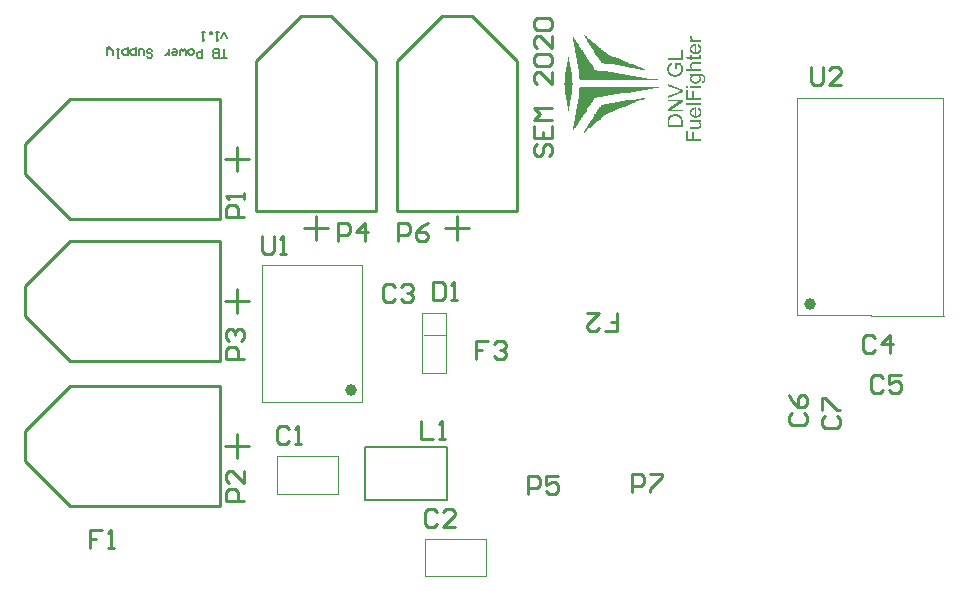
<source format=gto>
G04*
G04 #@! TF.GenerationSoftware,Altium Limited,Altium Designer,20.0.12 (288)*
G04*
G04 Layer_Color=65535*
%FSLAX25Y25*%
%MOIN*%
G70*
G01*
G75*
%ADD10C,0.03937*%
%ADD11C,0.00394*%
%ADD12C,0.01000*%
%ADD13C,0.00787*%
%ADD14C,0.00591*%
G36*
X192332Y194433D02*
X192624D01*
Y194141D01*
X192916D01*
Y193849D01*
X193209D01*
Y193557D01*
X193501D01*
Y193264D01*
X194086D01*
Y192972D01*
X194378D01*
Y192680D01*
X194670D01*
Y192387D01*
X194962D01*
Y192095D01*
X195255D01*
Y191803D01*
X195839D01*
Y191511D01*
X196131D01*
Y191218D01*
X196424D01*
Y190926D01*
X196716D01*
Y190634D01*
X197008D01*
Y190342D01*
X197593D01*
Y190049D01*
X197885D01*
Y189757D01*
X198177D01*
Y189465D01*
X198469D01*
Y189172D01*
X198762D01*
Y188880D01*
X199346D01*
Y188588D01*
X199639D01*
Y188296D01*
X199931D01*
Y188003D01*
X200808D01*
Y187711D01*
X201392D01*
Y187419D01*
X202269D01*
Y187127D01*
X202854D01*
Y186834D01*
X203730D01*
Y186542D01*
X204315D01*
Y186250D01*
X205192D01*
Y185958D01*
X205776D01*
Y185665D01*
X206653D01*
Y185373D01*
X207238D01*
Y185081D01*
X208115D01*
Y184788D01*
X208699D01*
Y184496D01*
X209576D01*
Y184204D01*
X210160D01*
Y183912D01*
X211037D01*
Y183619D01*
X211622D01*
Y183327D01*
X212499D01*
Y183035D01*
X210745D01*
Y183327D01*
X208991D01*
Y183619D01*
X207238D01*
Y183912D01*
X205776D01*
Y184204D01*
X204023D01*
Y184496D01*
X202269D01*
Y184788D01*
X200516D01*
Y185081D01*
X198762D01*
Y185373D01*
X197593D01*
Y185958D01*
X197301D01*
Y186250D01*
X197008D01*
Y186834D01*
X196716D01*
Y187127D01*
X196424D01*
Y187711D01*
X196131D01*
Y188003D01*
X195839D01*
Y188588D01*
X195547D01*
Y189172D01*
X195255D01*
Y189465D01*
X194962D01*
Y190049D01*
X194670D01*
Y190342D01*
X194378D01*
Y190926D01*
X194086D01*
Y191218D01*
X193793D01*
Y191803D01*
X193501D01*
Y192387D01*
X193209D01*
Y192680D01*
X192916D01*
Y193264D01*
X192624D01*
Y193557D01*
X192332D01*
Y194141D01*
X192040D01*
Y194726D01*
X192332D01*
Y194433D01*
D02*
G37*
G36*
X188825Y193264D02*
X189117D01*
Y192972D01*
X189409D01*
Y192387D01*
X189701D01*
Y192095D01*
X189994D01*
Y191511D01*
X190286D01*
Y191218D01*
X190578D01*
Y190634D01*
X190870D01*
Y190342D01*
X191163D01*
Y189757D01*
X191455D01*
Y189465D01*
X191747D01*
Y188880D01*
X192040D01*
Y188296D01*
X192332D01*
Y188003D01*
X192624D01*
Y187419D01*
X192916D01*
Y187127D01*
X193209D01*
Y186542D01*
X193501D01*
Y186250D01*
X193793D01*
Y185665D01*
X194086D01*
Y185373D01*
X194378D01*
Y184788D01*
X194670D01*
Y184496D01*
X194962D01*
Y183912D01*
X195255D01*
Y183619D01*
X195547D01*
Y183035D01*
X196424D01*
Y182743D01*
X198177D01*
Y182450D01*
X200223D01*
Y182158D01*
X201977D01*
Y181866D01*
X203730D01*
Y181573D01*
X205776D01*
Y181281D01*
X207530D01*
Y180989D01*
X209576D01*
Y180697D01*
X211330D01*
Y180404D01*
X213083D01*
Y180112D01*
X215129D01*
Y179820D01*
X216883D01*
Y179527D01*
X190870D01*
Y179820D01*
X190578D01*
Y181573D01*
X190286D01*
Y183327D01*
X189994D01*
Y185081D01*
X189701D01*
Y186834D01*
X189409D01*
Y188588D01*
X189117D01*
Y190634D01*
X188825D01*
Y192387D01*
X188532D01*
Y193849D01*
X188825D01*
Y193264D01*
D02*
G37*
G36*
X187071Y185665D02*
X187363D01*
Y183912D01*
X187655D01*
Y182158D01*
X187948D01*
Y180404D01*
X188240D01*
Y178651D01*
X188532D01*
Y178066D01*
X188240D01*
Y176313D01*
X187948D01*
Y174559D01*
X187655D01*
Y172805D01*
X187363D01*
Y171052D01*
X187071D01*
Y169298D01*
X186779D01*
Y171052D01*
X186486D01*
Y172805D01*
X186194D01*
Y174559D01*
X185902D01*
Y176313D01*
X185610D01*
Y178066D01*
X185317D01*
Y178651D01*
X185610D01*
Y180404D01*
X185902D01*
Y182158D01*
X186194D01*
Y183912D01*
X186486D01*
Y185665D01*
X186779D01*
Y187419D01*
X187071D01*
Y185665D01*
D02*
G37*
G36*
X217175Y176897D02*
X215129D01*
Y176605D01*
X213375D01*
Y176313D01*
X211330D01*
Y176020D01*
X209576D01*
Y175728D01*
X207822D01*
Y175436D01*
X205776D01*
Y175144D01*
X204023D01*
Y174851D01*
X201977D01*
Y174559D01*
X200223D01*
Y174267D01*
X198469D01*
Y173974D01*
X196424D01*
Y173682D01*
X195547D01*
Y173098D01*
X195255D01*
Y172805D01*
X194962D01*
Y172221D01*
X194670D01*
Y171929D01*
X194378D01*
Y171344D01*
X194086D01*
Y171052D01*
X193793D01*
Y170467D01*
X193501D01*
Y170175D01*
X193209D01*
Y169590D01*
X192916D01*
Y169006D01*
X192624D01*
Y168713D01*
X192332D01*
Y168129D01*
X192040D01*
Y167837D01*
X191747D01*
Y167252D01*
X191455D01*
Y166960D01*
X191163D01*
Y166375D01*
X190870D01*
Y166083D01*
X190578D01*
Y165498D01*
X190286D01*
Y165206D01*
X189994D01*
Y164622D01*
X189701D01*
Y164329D01*
X189409D01*
Y163745D01*
X189117D01*
Y163453D01*
X188825D01*
Y162868D01*
X188532D01*
Y164329D01*
X188825D01*
Y166083D01*
X189117D01*
Y167837D01*
X189409D01*
Y169883D01*
X189701D01*
Y171636D01*
X189994D01*
Y173390D01*
X190286D01*
Y175144D01*
X190578D01*
Y176897D01*
X190870D01*
Y177189D01*
X217175D01*
Y176897D01*
D02*
G37*
G36*
X212499Y173390D02*
X211914D01*
Y173098D01*
X211037D01*
Y172805D01*
X210453D01*
Y172513D01*
X209576D01*
Y172221D01*
X208991D01*
Y171929D01*
X208115D01*
Y171636D01*
X207530D01*
Y171344D01*
X206653D01*
Y171052D01*
X206069D01*
Y170759D01*
X205192D01*
Y170467D01*
X204607D01*
Y170175D01*
X203730D01*
Y169883D01*
X203146D01*
Y169590D01*
X202269D01*
Y169298D01*
X201684D01*
Y169006D01*
X200808D01*
Y168713D01*
X200223D01*
Y168421D01*
X199639D01*
Y168129D01*
X199346D01*
Y167837D01*
X198762D01*
Y167544D01*
X198469D01*
Y167252D01*
X198177D01*
Y166960D01*
X197885D01*
Y166668D01*
X197593D01*
Y166375D01*
X197008D01*
Y166083D01*
X196716D01*
Y165791D01*
X196424D01*
Y165498D01*
X196131D01*
Y165206D01*
X195839D01*
Y164914D01*
X195255D01*
Y164622D01*
X194962D01*
Y164329D01*
X194670D01*
Y164037D01*
X194378D01*
Y163745D01*
X194086D01*
Y163453D01*
X193501D01*
Y163160D01*
X193209D01*
Y162868D01*
X192916D01*
Y162576D01*
X192624D01*
Y162284D01*
X192332D01*
Y161991D01*
X192040D01*
Y162576D01*
X192332D01*
Y163160D01*
X192624D01*
Y163453D01*
X192916D01*
Y164037D01*
X193209D01*
Y164329D01*
X193501D01*
Y164914D01*
X193793D01*
Y165206D01*
X194086D01*
Y165791D01*
X194378D01*
Y166375D01*
X194670D01*
Y166668D01*
X194962D01*
Y167252D01*
X195255D01*
Y167544D01*
X195547D01*
Y168129D01*
X195839D01*
Y168421D01*
X196131D01*
Y169006D01*
X196424D01*
Y169590D01*
X196716D01*
Y169883D01*
X197008D01*
Y170467D01*
X197301D01*
Y170759D01*
X197593D01*
Y171344D01*
X198762D01*
Y171636D01*
X200516D01*
Y171929D01*
X202269D01*
Y172221D01*
X204023D01*
Y172513D01*
X205776D01*
Y172805D01*
X207530D01*
Y173098D01*
X209284D01*
Y173390D01*
X211037D01*
Y173682D01*
X212499D01*
Y173390D01*
D02*
G37*
G36*
X228132Y194140D02*
X228124Y194133D01*
X228110Y194104D01*
X228088Y194060D01*
X228066Y194002D01*
X228044Y193936D01*
X228023Y193856D01*
X228008Y193776D01*
X228001Y193695D01*
Y193659D01*
X228008Y193623D01*
X228015Y193571D01*
X228030Y193520D01*
X228052Y193455D01*
X228081Y193389D01*
X228124Y193331D01*
X228132Y193324D01*
X228146Y193302D01*
X228176Y193280D01*
X228212Y193243D01*
X228263Y193207D01*
X228321Y193170D01*
X228387Y193134D01*
X228467Y193105D01*
X228482Y193098D01*
X228525Y193090D01*
X228591Y193076D01*
X228679Y193054D01*
X228788Y193032D01*
X228912Y193017D01*
X229043Y193010D01*
X229189Y193003D01*
X231099D01*
Y192383D01*
X227439D01*
Y192945D01*
X227993D01*
X227986Y192952D01*
X227935Y192981D01*
X227869Y193017D01*
X227789Y193076D01*
X227709Y193134D01*
X227622Y193200D01*
X227549Y193265D01*
X227490Y193331D01*
X227483Y193338D01*
X227468Y193360D01*
X227447Y193404D01*
X227425Y193447D01*
X227403Y193506D01*
X227381Y193579D01*
X227366Y193652D01*
X227359Y193732D01*
Y193783D01*
X227366Y193849D01*
X227381Y193929D01*
X227410Y194023D01*
X227447Y194125D01*
X227498Y194242D01*
X227563Y194366D01*
X228132Y194140D01*
D02*
G37*
G36*
X229430Y191625D02*
Y188891D01*
X229437D01*
X229459D01*
X229488Y188899D01*
X229532D01*
X229583Y188906D01*
X229641Y188920D01*
X229772Y188942D01*
X229918Y188986D01*
X230078Y189044D01*
X230224Y189125D01*
X230355Y189227D01*
Y189234D01*
X230370Y189241D01*
X230406Y189285D01*
X230457Y189350D01*
X230508Y189438D01*
X230567Y189555D01*
X230618Y189686D01*
X230654Y189832D01*
X230662Y189912D01*
X230669Y189999D01*
Y190058D01*
X230662Y190123D01*
X230647Y190203D01*
X230625Y190291D01*
X230596Y190393D01*
X230552Y190488D01*
X230494Y190583D01*
X230486Y190590D01*
X230457Y190626D01*
X230414Y190670D01*
X230355Y190721D01*
X230275Y190779D01*
X230173Y190845D01*
X230056Y190911D01*
X229918Y190969D01*
X229998Y191610D01*
X230005D01*
X230020Y191603D01*
X230049Y191596D01*
X230093Y191581D01*
X230137Y191559D01*
X230195Y191537D01*
X230319Y191479D01*
X230457Y191406D01*
X230603Y191304D01*
X230742Y191188D01*
X230873Y191042D01*
Y191034D01*
X230888Y191020D01*
X230902Y190998D01*
X230924Y190969D01*
X230946Y190925D01*
X230968Y190881D01*
X230997Y190823D01*
X231026Y190758D01*
X231055Y190685D01*
X231084Y190612D01*
X231128Y190429D01*
X231165Y190225D01*
X231179Y189999D01*
Y189919D01*
X231172Y189868D01*
X231165Y189803D01*
X231150Y189722D01*
X231135Y189635D01*
X231121Y189540D01*
X231062Y189336D01*
X231019Y189227D01*
X230975Y189125D01*
X230917Y189015D01*
X230851Y188913D01*
X230778Y188818D01*
X230691Y188724D01*
X230683Y188716D01*
X230669Y188702D01*
X230640Y188680D01*
X230596Y188651D01*
X230545Y188614D01*
X230486Y188578D01*
X230414Y188534D01*
X230333Y188490D01*
X230239Y188447D01*
X230137Y188403D01*
X230020Y188366D01*
X229896Y188330D01*
X229765Y188301D01*
X229619Y188279D01*
X229466Y188264D01*
X229306Y188257D01*
X229298D01*
X229262D01*
X229218D01*
X229152Y188264D01*
X229072Y188272D01*
X228985Y188279D01*
X228883Y188294D01*
X228781Y188315D01*
X228547Y188374D01*
X228431Y188410D01*
X228307Y188454D01*
X228190Y188512D01*
X228081Y188578D01*
X227972Y188651D01*
X227869Y188731D01*
X227862Y188738D01*
X227848Y188753D01*
X227826Y188782D01*
X227789Y188818D01*
X227753Y188862D01*
X227709Y188920D01*
X227658Y188986D01*
X227614Y189066D01*
X227563Y189146D01*
X227519Y189241D01*
X227476Y189343D01*
X227439Y189453D01*
X227403Y189569D01*
X227381Y189693D01*
X227366Y189824D01*
X227359Y189963D01*
Y190036D01*
X227366Y190087D01*
X227374Y190145D01*
X227388Y190218D01*
X227403Y190298D01*
X227425Y190393D01*
X227447Y190480D01*
X227483Y190583D01*
X227519Y190677D01*
X227571Y190779D01*
X227629Y190881D01*
X227694Y190983D01*
X227775Y191078D01*
X227862Y191166D01*
X227869Y191173D01*
X227884Y191188D01*
X227913Y191209D01*
X227957Y191239D01*
X228008Y191275D01*
X228066Y191312D01*
X228139Y191355D01*
X228227Y191399D01*
X228321Y191443D01*
X228423Y191487D01*
X228540Y191523D01*
X228664Y191559D01*
X228802Y191589D01*
X228948Y191610D01*
X229101Y191625D01*
X229269Y191632D01*
X229276D01*
X229306D01*
X229357D01*
X229430Y191625D01*
D02*
G37*
G36*
X231099Y187922D02*
X231106Y187892D01*
X231114Y187841D01*
X231121Y187776D01*
X231135Y187703D01*
X231143Y187623D01*
X231150Y187462D01*
Y187404D01*
X231143Y187346D01*
X231135Y187273D01*
X231128Y187185D01*
X231106Y187098D01*
X231084Y187018D01*
X231048Y186938D01*
X231041Y186930D01*
X231026Y186908D01*
X231004Y186879D01*
X230968Y186836D01*
X230931Y186799D01*
X230880Y186755D01*
X230829Y186712D01*
X230764Y186682D01*
X230756D01*
X230727Y186668D01*
X230676Y186661D01*
X230603Y186646D01*
X230508Y186631D01*
X230450Y186624D01*
X230384D01*
X230304Y186617D01*
X230224Y186609D01*
X230137D01*
X230034D01*
X227920D01*
Y186150D01*
X227439D01*
Y186609D01*
X226535D01*
X226164Y187229D01*
X227439D01*
Y187856D01*
X227920D01*
Y187229D01*
X230071D01*
X230086D01*
X230115D01*
X230158D01*
X230209Y187236D01*
X230326Y187244D01*
X230377Y187251D01*
X230414Y187258D01*
X230428Y187266D01*
X230457Y187287D01*
X230494Y187317D01*
X230530Y187368D01*
X230538Y187382D01*
X230552Y187419D01*
X230567Y187484D01*
X230574Y187579D01*
Y187652D01*
X230567Y187688D01*
Y187740D01*
X230559Y187798D01*
X230552Y187856D01*
X231099Y187936D01*
Y187922D01*
D02*
G37*
G36*
X224958Y186340D02*
X219913D01*
Y187010D01*
X224360D01*
Y189496D01*
X224958D01*
Y186340D01*
D02*
G37*
G36*
X231099Y184933D02*
X228781D01*
X228773D01*
X228759D01*
X228737D01*
X228708D01*
X228628Y184925D01*
X228525Y184911D01*
X228416Y184882D01*
X228307Y184845D01*
X228197Y184794D01*
X228110Y184729D01*
X228103Y184721D01*
X228074Y184692D01*
X228037Y184649D01*
X228001Y184583D01*
X227957Y184503D01*
X227928Y184408D01*
X227899Y184291D01*
X227891Y184160D01*
Y184116D01*
X227899Y184065D01*
X227906Y183992D01*
X227928Y183920D01*
X227950Y183832D01*
X227986Y183745D01*
X228037Y183650D01*
X228044Y183642D01*
X228066Y183613D01*
X228095Y183570D01*
X228139Y183519D01*
X228197Y183460D01*
X228263Y183402D01*
X228343Y183351D01*
X228431Y183307D01*
X228445Y183300D01*
X228474Y183293D01*
X228533Y183278D01*
X228606Y183256D01*
X228700Y183234D01*
X228817Y183220D01*
X228948Y183212D01*
X229101Y183205D01*
X231099D01*
Y182585D01*
X226054D01*
Y183205D01*
X227862D01*
X227855Y183212D01*
X227840Y183227D01*
X227818Y183249D01*
X227782Y183285D01*
X227746Y183322D01*
X227702Y183373D01*
X227658Y183438D01*
X227607Y183504D01*
X227563Y183577D01*
X227519Y183657D01*
X227439Y183847D01*
X227403Y183949D01*
X227381Y184058D01*
X227366Y184175D01*
X227359Y184291D01*
Y184357D01*
X227366Y184437D01*
X227381Y184532D01*
X227396Y184641D01*
X227425Y184758D01*
X227468Y184874D01*
X227519Y184991D01*
X227527Y185006D01*
X227549Y185042D01*
X227585Y185093D01*
X227636Y185159D01*
X227702Y185224D01*
X227775Y185297D01*
X227862Y185363D01*
X227964Y185421D01*
X227979Y185429D01*
X228015Y185443D01*
X228081Y185465D01*
X228176Y185487D01*
X228292Y185509D01*
X228431Y185531D01*
X228598Y185545D01*
X228788Y185552D01*
X231099D01*
Y184933D01*
D02*
G37*
G36*
X224265Y185378D02*
X224272Y185363D01*
X224294Y185334D01*
X224324Y185297D01*
X224353Y185254D01*
X224389Y185203D01*
X224433Y185137D01*
X224477Y185071D01*
X224571Y184918D01*
X224674Y184743D01*
X224768Y184561D01*
X224848Y184364D01*
Y184357D01*
X224856Y184342D01*
X224863Y184313D01*
X224878Y184277D01*
X224892Y184226D01*
X224914Y184167D01*
X224929Y184102D01*
X224943Y184036D01*
X224980Y183876D01*
X225016Y183694D01*
X225038Y183497D01*
X225045Y183293D01*
Y183220D01*
X225038Y183169D01*
Y183103D01*
X225031Y183023D01*
X225016Y182935D01*
X225009Y182841D01*
X224965Y182629D01*
X224914Y182403D01*
X224834Y182170D01*
X224790Y182053D01*
X224732Y181937D01*
X224725Y181929D01*
X224717Y181907D01*
X224695Y181878D01*
X224674Y181834D01*
X224637Y181783D01*
X224601Y181732D01*
X224499Y181594D01*
X224367Y181448D01*
X224207Y181295D01*
X224025Y181149D01*
X223813Y181018D01*
X223806D01*
X223784Y181003D01*
X223755Y180989D01*
X223704Y180967D01*
X223653Y180945D01*
X223580Y180923D01*
X223507Y180894D01*
X223420Y180865D01*
X223325Y180836D01*
X223216Y180807D01*
X223106Y180785D01*
X222990Y180763D01*
X222734Y180727D01*
X222465Y180712D01*
X222457D01*
X222428D01*
X222392D01*
X222341Y180719D01*
X222275D01*
X222195Y180727D01*
X222115Y180741D01*
X222020Y180748D01*
X221918Y180770D01*
X221809Y180785D01*
X221575Y180843D01*
X221335Y180916D01*
X221094Y181018D01*
X221087Y181025D01*
X221065Y181033D01*
X221036Y181047D01*
X220992Y181076D01*
X220934Y181105D01*
X220875Y181142D01*
X220737Y181244D01*
X220577Y181368D01*
X220423Y181521D01*
X220270Y181696D01*
X220205Y181798D01*
X220139Y181900D01*
X220132Y181907D01*
X220125Y181929D01*
X220110Y181958D01*
X220088Y182002D01*
X220066Y182061D01*
X220037Y182126D01*
X220008Y182199D01*
X219979Y182287D01*
X219950Y182381D01*
X219928Y182483D01*
X219899Y182593D01*
X219877Y182709D01*
X219840Y182965D01*
X219826Y183096D01*
Y183329D01*
X219833Y183373D01*
Y183431D01*
X219847Y183570D01*
X219869Y183723D01*
X219906Y183883D01*
X219950Y184058D01*
X220008Y184226D01*
Y184233D01*
X220015Y184248D01*
X220022Y184269D01*
X220037Y184299D01*
X220081Y184379D01*
X220132Y184481D01*
X220205Y184590D01*
X220292Y184707D01*
X220387Y184816D01*
X220504Y184918D01*
X220518Y184933D01*
X220562Y184962D01*
X220627Y185006D01*
X220722Y185064D01*
X220839Y185122D01*
X220985Y185188D01*
X221145Y185254D01*
X221327Y185305D01*
X221488Y184699D01*
X221480D01*
X221473Y184692D01*
X221451Y184685D01*
X221422Y184678D01*
X221357Y184656D01*
X221269Y184627D01*
X221167Y184583D01*
X221072Y184532D01*
X220970Y184481D01*
X220883Y184415D01*
X220875Y184408D01*
X220846Y184386D01*
X220810Y184342D01*
X220759Y184291D01*
X220700Y184226D01*
X220642Y184138D01*
X220584Y184043D01*
X220533Y183934D01*
X220526Y183920D01*
X220511Y183883D01*
X220489Y183817D01*
X220460Y183730D01*
X220438Y183628D01*
X220416Y183511D01*
X220402Y183380D01*
X220394Y183241D01*
Y183161D01*
X220402Y183125D01*
Y183081D01*
X220409Y182972D01*
X220431Y182848D01*
X220453Y182709D01*
X220489Y182578D01*
X220540Y182447D01*
X220547Y182432D01*
X220562Y182389D01*
X220598Y182330D01*
X220635Y182257D01*
X220693Y182170D01*
X220751Y182075D01*
X220824Y181988D01*
X220904Y181907D01*
X220912Y181900D01*
X220941Y181871D01*
X220992Y181834D01*
X221050Y181791D01*
X221123Y181740D01*
X221211Y181689D01*
X221305Y181638D01*
X221408Y181587D01*
X221415D01*
X221429Y181579D01*
X221451Y181572D01*
X221488Y181558D01*
X221532Y181543D01*
X221583Y181528D01*
X221641Y181507D01*
X221706Y181492D01*
X221860Y181456D01*
X222035Y181426D01*
X222217Y181404D01*
X222421Y181397D01*
X222428D01*
X222450D01*
X222486D01*
X222530Y181404D01*
X222588D01*
X222661Y181412D01*
X222734Y181419D01*
X222814Y181426D01*
X222997Y181456D01*
X223186Y181492D01*
X223376Y181550D01*
X223558Y181623D01*
X223565D01*
X223580Y181638D01*
X223602Y181645D01*
X223631Y181667D01*
X223711Y181718D01*
X223813Y181798D01*
X223923Y181893D01*
X224032Y182009D01*
X224134Y182148D01*
X224229Y182301D01*
Y182308D01*
X224236Y182323D01*
X224251Y182345D01*
X224265Y182381D01*
X224280Y182418D01*
X224294Y182469D01*
X224338Y182585D01*
X224375Y182731D01*
X224411Y182892D01*
X224440Y183067D01*
X224447Y183249D01*
Y183322D01*
X224440Y183365D01*
Y183409D01*
X224426Y183519D01*
X224411Y183650D01*
X224382Y183788D01*
X224338Y183941D01*
X224287Y184095D01*
Y184102D01*
X224280Y184116D01*
X224272Y184131D01*
X224258Y184160D01*
X224221Y184240D01*
X224178Y184328D01*
X224127Y184430D01*
X224068Y184539D01*
X224003Y184641D01*
X223930Y184729D01*
X222982D01*
Y183241D01*
X222384D01*
Y185385D01*
X224258D01*
X224265Y185378D01*
D02*
G37*
G36*
X230807Y181638D02*
X230888D01*
X230975Y181630D01*
X231070Y181623D01*
X231266Y181601D01*
X231471Y181572D01*
X231565Y181550D01*
X231653Y181528D01*
X231733Y181499D01*
X231806Y181470D01*
X231813D01*
X231821Y181463D01*
X231864Y181434D01*
X231930Y181397D01*
X232010Y181339D01*
X232098Y181259D01*
X232192Y181164D01*
X232287Y181047D01*
X232367Y180916D01*
Y180909D01*
X232375Y180901D01*
X232389Y180880D01*
X232397Y180850D01*
X232418Y180814D01*
X232433Y180770D01*
X232469Y180661D01*
X232513Y180530D01*
X232542Y180369D01*
X232572Y180187D01*
X232579Y179990D01*
Y179925D01*
X232572Y179881D01*
Y179823D01*
X232564Y179764D01*
X232557Y179691D01*
X232542Y179611D01*
X232506Y179443D01*
X232455Y179269D01*
X232382Y179094D01*
X232280Y178933D01*
X232273Y178926D01*
X232265Y178919D01*
X232222Y178867D01*
X232156Y178809D01*
X232061Y178736D01*
X231937Y178663D01*
X231784Y178598D01*
X231697Y178576D01*
X231602Y178561D01*
X231507Y178547D01*
X231398D01*
X231478Y179152D01*
X231492D01*
X231522Y179159D01*
X231573Y179174D01*
X231638Y179188D01*
X231704Y179217D01*
X231769Y179254D01*
X231835Y179298D01*
X231886Y179356D01*
X231893Y179370D01*
X231915Y179400D01*
X231944Y179451D01*
X231974Y179524D01*
X232010Y179611D01*
X232039Y179720D01*
X232061Y179852D01*
X232068Y179990D01*
Y180063D01*
X232061Y180136D01*
X232047Y180238D01*
X232025Y180340D01*
X231996Y180449D01*
X231952Y180559D01*
X231893Y180654D01*
X231886Y180661D01*
X231864Y180690D01*
X231821Y180734D01*
X231769Y180785D01*
X231697Y180836D01*
X231616Y180887D01*
X231522Y180938D01*
X231412Y180974D01*
X231405D01*
X231376Y180982D01*
X231318Y180989D01*
X231245Y180996D01*
X231194Y181003D01*
X231135D01*
X231070Y181011D01*
X230997D01*
X230917D01*
X230822Y181018D01*
X230727D01*
X230618D01*
X230625Y181011D01*
X230640Y180996D01*
X230662Y180974D01*
X230691Y180945D01*
X230727Y180909D01*
X230771Y180858D01*
X230815Y180799D01*
X230858Y180741D01*
X230946Y180588D01*
X231026Y180420D01*
X231055Y180325D01*
X231077Y180224D01*
X231092Y180114D01*
X231099Y180005D01*
Y179968D01*
X231092Y179932D01*
Y179881D01*
X231084Y179815D01*
X231070Y179742D01*
X231055Y179662D01*
X231033Y179575D01*
X231004Y179480D01*
X230968Y179385D01*
X230924Y179290D01*
X230873Y179188D01*
X230807Y179094D01*
X230734Y178999D01*
X230654Y178911D01*
X230559Y178831D01*
X230552Y178824D01*
X230538Y178816D01*
X230501Y178795D01*
X230465Y178765D01*
X230406Y178736D01*
X230348Y178700D01*
X230275Y178663D01*
X230188Y178627D01*
X230100Y178591D01*
X229998Y178554D01*
X229896Y178518D01*
X229779Y178488D01*
X229532Y178437D01*
X229393Y178430D01*
X229255Y178423D01*
X229247D01*
X229233D01*
X229204D01*
X229167D01*
X229116Y178430D01*
X229065D01*
X228934Y178445D01*
X228788Y178467D01*
X228628Y178503D01*
X228460Y178547D01*
X228292Y178612D01*
X228285D01*
X228270Y178620D01*
X228249Y178634D01*
X228219Y178649D01*
X228139Y178693D01*
X228037Y178751D01*
X227928Y178831D01*
X227818Y178926D01*
X227702Y179035D01*
X227607Y179159D01*
Y179166D01*
X227600Y179174D01*
X227585Y179196D01*
X227571Y179225D01*
X227527Y179298D01*
X227483Y179400D01*
X227439Y179524D01*
X227396Y179669D01*
X227366Y179830D01*
X227359Y180005D01*
Y180070D01*
X227366Y180114D01*
X227374Y180165D01*
X227388Y180231D01*
X227403Y180304D01*
X227425Y180384D01*
X227454Y180464D01*
X227490Y180552D01*
X227534Y180639D01*
X227585Y180734D01*
X227643Y180821D01*
X227716Y180909D01*
X227797Y180996D01*
X227891Y181076D01*
X227439D01*
Y181645D01*
X230603D01*
X230610D01*
X230640D01*
X230683D01*
X230742D01*
X230807Y181638D01*
D02*
G37*
G36*
X231099Y177096D02*
X227439D01*
Y177716D01*
X231099D01*
Y177096D01*
D02*
G37*
G36*
X226761D02*
X226054D01*
Y177716D01*
X226761D01*
Y177096D01*
D02*
G37*
G36*
X224958Y176353D02*
Y175653D01*
X219913Y173699D01*
Y174428D01*
X223580Y175740D01*
X223587D01*
X223602Y175747D01*
X223624Y175755D01*
X223653Y175769D01*
X223697Y175777D01*
X223740Y175791D01*
X223850Y175828D01*
X223974Y175871D01*
X224112Y175915D01*
X224404Y176003D01*
X224396D01*
X224382Y176010D01*
X224360Y176017D01*
X224331Y176024D01*
X224251Y176046D01*
X224141Y176083D01*
X224017Y176119D01*
X223879Y176163D01*
X223733Y176214D01*
X223580Y176272D01*
X219913Y177643D01*
Y178321D01*
X224958Y176353D01*
D02*
G37*
G36*
X226652Y173568D02*
X228212D01*
Y175937D01*
X228810D01*
Y173568D01*
X231099D01*
Y172897D01*
X226054D01*
Y176309D01*
X226652D01*
Y173568D01*
D02*
G37*
G36*
X231099Y171206D02*
X226054D01*
Y171825D01*
X231099D01*
Y171206D01*
D02*
G37*
G36*
X224958Y172409D02*
X220999Y169770D01*
X224958D01*
Y169128D01*
X219913D01*
Y169813D01*
X223879Y172460D01*
X219913D01*
Y173101D01*
X224958D01*
Y172409D01*
D02*
G37*
G36*
X229430Y170455D02*
Y167721D01*
X229437D01*
X229459D01*
X229488Y167728D01*
X229532D01*
X229583Y167736D01*
X229641Y167750D01*
X229772Y167772D01*
X229918Y167816D01*
X230078Y167874D01*
X230224Y167954D01*
X230355Y168056D01*
Y168064D01*
X230370Y168071D01*
X230406Y168115D01*
X230457Y168180D01*
X230508Y168268D01*
X230567Y168385D01*
X230618Y168516D01*
X230654Y168661D01*
X230662Y168742D01*
X230669Y168829D01*
Y168887D01*
X230662Y168953D01*
X230647Y169033D01*
X230625Y169121D01*
X230596Y169223D01*
X230552Y169318D01*
X230494Y169412D01*
X230486Y169420D01*
X230457Y169456D01*
X230414Y169500D01*
X230355Y169551D01*
X230275Y169609D01*
X230173Y169675D01*
X230056Y169740D01*
X229918Y169799D01*
X229998Y170440D01*
X230005D01*
X230020Y170433D01*
X230049Y170426D01*
X230093Y170411D01*
X230137Y170389D01*
X230195Y170367D01*
X230319Y170309D01*
X230457Y170236D01*
X230603Y170134D01*
X230742Y170018D01*
X230873Y169872D01*
Y169864D01*
X230888Y169850D01*
X230902Y169828D01*
X230924Y169799D01*
X230946Y169755D01*
X230968Y169711D01*
X230997Y169653D01*
X231026Y169587D01*
X231055Y169515D01*
X231084Y169442D01*
X231128Y169259D01*
X231165Y169055D01*
X231179Y168829D01*
Y168749D01*
X231172Y168698D01*
X231165Y168632D01*
X231150Y168552D01*
X231135Y168465D01*
X231121Y168370D01*
X231062Y168166D01*
X231019Y168056D01*
X230975Y167954D01*
X230917Y167845D01*
X230851Y167743D01*
X230778Y167648D01*
X230691Y167553D01*
X230683Y167546D01*
X230669Y167532D01*
X230640Y167510D01*
X230596Y167481D01*
X230545Y167444D01*
X230486Y167408D01*
X230414Y167364D01*
X230333Y167320D01*
X230239Y167276D01*
X230137Y167233D01*
X230020Y167196D01*
X229896Y167160D01*
X229765Y167131D01*
X229619Y167109D01*
X229466Y167094D01*
X229306Y167087D01*
X229298D01*
X229262D01*
X229218D01*
X229152Y167094D01*
X229072Y167102D01*
X228985Y167109D01*
X228883Y167123D01*
X228781Y167145D01*
X228547Y167203D01*
X228431Y167240D01*
X228307Y167284D01*
X228190Y167342D01*
X228081Y167408D01*
X227972Y167481D01*
X227869Y167561D01*
X227862Y167568D01*
X227848Y167583D01*
X227826Y167612D01*
X227789Y167648D01*
X227753Y167692D01*
X227709Y167750D01*
X227658Y167816D01*
X227614Y167896D01*
X227563Y167976D01*
X227519Y168071D01*
X227476Y168173D01*
X227439Y168282D01*
X227403Y168399D01*
X227381Y168523D01*
X227366Y168654D01*
X227359Y168793D01*
Y168866D01*
X227366Y168917D01*
X227374Y168975D01*
X227388Y169048D01*
X227403Y169128D01*
X227425Y169223D01*
X227447Y169310D01*
X227483Y169412D01*
X227519Y169507D01*
X227571Y169609D01*
X227629Y169711D01*
X227694Y169813D01*
X227775Y169908D01*
X227862Y169996D01*
X227869Y170003D01*
X227884Y170018D01*
X227913Y170039D01*
X227957Y170069D01*
X228008Y170105D01*
X228066Y170141D01*
X228139Y170185D01*
X228227Y170229D01*
X228321Y170273D01*
X228423Y170316D01*
X228540Y170353D01*
X228664Y170389D01*
X228802Y170418D01*
X228948Y170440D01*
X229101Y170455D01*
X229269Y170462D01*
X229276D01*
X229306D01*
X229357D01*
X229430Y170455D01*
D02*
G37*
G36*
X222559Y168210D02*
X222618D01*
X222756Y168202D01*
X222917Y168180D01*
X223084Y168158D01*
X223259Y168122D01*
X223434Y168078D01*
X223441D01*
X223456Y168071D01*
X223478Y168064D01*
X223507Y168056D01*
X223587Y168027D01*
X223689Y167983D01*
X223806Y167940D01*
X223923Y167882D01*
X224046Y167809D01*
X224163Y167736D01*
X224178Y167728D01*
X224214Y167699D01*
X224265Y167656D01*
X224331Y167597D01*
X224404Y167532D01*
X224477Y167451D01*
X224557Y167371D01*
X224622Y167276D01*
X224630Y167262D01*
X224652Y167233D01*
X224681Y167182D01*
X224717Y167109D01*
X224761Y167021D01*
X224797Y166919D01*
X224841Y166803D01*
X224878Y166671D01*
Y166657D01*
X224885Y166635D01*
X224892Y166613D01*
X224899Y166540D01*
X224914Y166438D01*
X224929Y166321D01*
X224943Y166183D01*
X224951Y166030D01*
X224958Y165862D01*
Y164047D01*
X219913D01*
Y165986D01*
X219920Y166117D01*
X219928Y166263D01*
X219942Y166409D01*
X219964Y166555D01*
X219986Y166679D01*
Y166686D01*
X219993Y166700D01*
Y166722D01*
X220008Y166752D01*
X220030Y166832D01*
X220066Y166934D01*
X220117Y167050D01*
X220183Y167174D01*
X220256Y167298D01*
X220351Y167415D01*
X220358Y167422D01*
X220365Y167429D01*
X220387Y167451D01*
X220409Y167481D01*
X220482Y167553D01*
X220584Y167641D01*
X220708Y167736D01*
X220853Y167838D01*
X221021Y167932D01*
X221211Y168013D01*
X221218D01*
X221233Y168020D01*
X221262Y168035D01*
X221305Y168042D01*
X221357Y168064D01*
X221415Y168078D01*
X221480Y168093D01*
X221561Y168115D01*
X221641Y168137D01*
X221736Y168151D01*
X221940Y168188D01*
X222166Y168210D01*
X222414Y168217D01*
X222421D01*
X222435D01*
X222472D01*
X222508D01*
X222559Y168210D01*
D02*
G37*
G36*
X231099Y165775D02*
X230567D01*
X230574Y165767D01*
X230596Y165753D01*
X230625Y165731D01*
X230662Y165694D01*
X230705Y165651D01*
X230764Y165600D01*
X230815Y165541D01*
X230873Y165469D01*
X230931Y165388D01*
X230982Y165301D01*
X231033Y165206D01*
X231084Y165104D01*
X231121Y164987D01*
X231150Y164871D01*
X231172Y164740D01*
X231179Y164608D01*
Y164557D01*
X231172Y164492D01*
X231165Y164411D01*
X231150Y164317D01*
X231128Y164215D01*
X231099Y164113D01*
X231055Y164003D01*
X231048Y163989D01*
X231033Y163960D01*
X231004Y163908D01*
X230968Y163850D01*
X230924Y163777D01*
X230873Y163712D01*
X230815Y163646D01*
X230749Y163588D01*
X230742Y163580D01*
X230713Y163566D01*
X230676Y163544D01*
X230618Y163515D01*
X230552Y163478D01*
X230472Y163449D01*
X230384Y163420D01*
X230290Y163398D01*
X230282D01*
X230253Y163391D01*
X230209Y163384D01*
X230151D01*
X230064Y163376D01*
X229969Y163369D01*
X229845Y163362D01*
X229707D01*
X227439D01*
Y163981D01*
X229473D01*
X229481D01*
X229495D01*
X229517D01*
X229553D01*
X229634D01*
X229736Y163989D01*
X229845D01*
X229954Y163996D01*
X230049Y164003D01*
X230129Y164018D01*
X230137D01*
X230166Y164032D01*
X230209Y164047D01*
X230268Y164069D01*
X230326Y164105D01*
X230392Y164149D01*
X230450Y164200D01*
X230508Y164266D01*
X230516Y164273D01*
X230530Y164302D01*
X230552Y164339D01*
X230574Y164397D01*
X230603Y164462D01*
X230625Y164543D01*
X230640Y164630D01*
X230647Y164732D01*
Y164783D01*
X230640Y164834D01*
X230632Y164900D01*
X230610Y164980D01*
X230589Y165068D01*
X230552Y165162D01*
X230508Y165257D01*
X230501Y165272D01*
X230479Y165301D01*
X230450Y165345D01*
X230406Y165396D01*
X230348Y165454D01*
X230282Y165512D01*
X230209Y165563D01*
X230122Y165607D01*
X230107Y165614D01*
X230078Y165622D01*
X230020Y165636D01*
X229940Y165658D01*
X229838Y165680D01*
X229714Y165694D01*
X229568Y165702D01*
X229400Y165709D01*
X227439D01*
Y166329D01*
X231099D01*
Y165775D01*
D02*
G37*
G36*
X226652Y159848D02*
X228212D01*
Y162217D01*
X228810D01*
Y159848D01*
X231099D01*
Y159177D01*
X226054D01*
Y162589D01*
X226652D01*
Y159848D01*
D02*
G37*
%LPC*%
G36*
X228919Y190976D02*
X228912D01*
X228897D01*
X228875Y190969D01*
X228846D01*
X228759Y190954D01*
X228664Y190933D01*
X228547Y190896D01*
X228438Y190860D01*
X228329Y190801D01*
X228234Y190736D01*
X228227D01*
X228219Y190721D01*
X228176Y190685D01*
X228117Y190619D01*
X228052Y190532D01*
X227986Y190422D01*
X227928Y190291D01*
X227884Y190138D01*
X227877Y190058D01*
X227869Y189970D01*
Y189926D01*
X227877Y189897D01*
X227884Y189817D01*
X227906Y189722D01*
X227942Y189606D01*
X227993Y189482D01*
X228066Y189365D01*
X228161Y189249D01*
X228176Y189234D01*
X228212Y189205D01*
X228278Y189154D01*
X228365Y189103D01*
X228467Y189044D01*
X228598Y188993D01*
X228751Y188950D01*
X228919Y188928D01*
Y190976D01*
D02*
G37*
G36*
X229357Y181069D02*
X229233D01*
X229225D01*
X229204D01*
X229167D01*
X229123Y181062D01*
X229065D01*
X228999Y181054D01*
X228854Y181033D01*
X228686Y180996D01*
X228518Y180945D01*
X228350Y180872D01*
X228278Y180821D01*
X228212Y180770D01*
X228205D01*
X228197Y180756D01*
X228161Y180719D01*
X228103Y180654D01*
X228037Y180566D01*
X227979Y180464D01*
X227920Y180340D01*
X227884Y180202D01*
X227869Y180129D01*
Y180012D01*
X227877Y179983D01*
X227884Y179903D01*
X227913Y179808D01*
X227950Y179691D01*
X228015Y179575D01*
X228095Y179458D01*
X228154Y179400D01*
X228212Y179341D01*
X228219D01*
X228227Y179327D01*
X228249Y179312D01*
X228278Y179298D01*
X228307Y179276D01*
X228350Y179254D01*
X228402Y179225D01*
X228460Y179203D01*
X228525Y179174D01*
X228606Y179145D01*
X228686Y179123D01*
X228773Y179101D01*
X228875Y179086D01*
X228977Y179072D01*
X229087Y179057D01*
X229211D01*
X229218D01*
X229240D01*
X229276D01*
X229327Y179064D01*
X229386D01*
X229459Y179072D01*
X229612Y179094D01*
X229787Y179130D01*
X229954Y179174D01*
X230122Y179247D01*
X230195Y179290D01*
X230260Y179341D01*
X230275Y179356D01*
X230311Y179392D01*
X230363Y179451D01*
X230421Y179538D01*
X230486Y179640D01*
X230538Y179764D01*
X230574Y179903D01*
X230581Y179976D01*
X230589Y180056D01*
Y180099D01*
X230581Y180129D01*
X230574Y180209D01*
X230545Y180311D01*
X230508Y180420D01*
X230450Y180544D01*
X230370Y180661D01*
X230319Y180719D01*
X230260Y180778D01*
X230253D01*
X230246Y180792D01*
X230224Y180807D01*
X230195Y180821D01*
X230166Y180843D01*
X230122Y180872D01*
X230071Y180894D01*
X230005Y180923D01*
X229940Y180953D01*
X229867Y180974D01*
X229779Y181003D01*
X229685Y181025D01*
X229590Y181040D01*
X229481Y181054D01*
X229357Y181069D01*
D02*
G37*
G36*
X228919Y169806D02*
X228912D01*
X228897D01*
X228875Y169799D01*
X228846D01*
X228759Y169784D01*
X228664Y169762D01*
X228547Y169726D01*
X228438Y169689D01*
X228329Y169631D01*
X228234Y169565D01*
X228227D01*
X228219Y169551D01*
X228176Y169515D01*
X228117Y169449D01*
X228052Y169361D01*
X227986Y169252D01*
X227928Y169121D01*
X227884Y168968D01*
X227877Y168887D01*
X227869Y168800D01*
Y168756D01*
X227877Y168727D01*
X227884Y168647D01*
X227906Y168552D01*
X227942Y168436D01*
X227993Y168312D01*
X228066Y168195D01*
X228161Y168078D01*
X228176Y168064D01*
X228212Y168035D01*
X228278Y167983D01*
X228365Y167932D01*
X228467Y167874D01*
X228598Y167823D01*
X228751Y167779D01*
X228919Y167758D01*
Y169806D01*
D02*
G37*
G36*
X222399Y167532D02*
X222392D01*
X222362D01*
X222326D01*
X222268Y167524D01*
X222202D01*
X222129Y167517D01*
X222042Y167510D01*
X221954Y167502D01*
X221758Y167466D01*
X221553Y167422D01*
X221364Y167357D01*
X221269Y167313D01*
X221189Y167269D01*
X221182D01*
X221167Y167254D01*
X221145Y167240D01*
X221116Y167225D01*
X221043Y167167D01*
X220956Y167094D01*
X220861Y166999D01*
X220766Y166890D01*
X220686Y166766D01*
X220620Y166635D01*
X220613Y166620D01*
X220606Y166584D01*
X220584Y166518D01*
X220562Y166423D01*
X220547Y166307D01*
X220526Y166161D01*
X220518Y166074D01*
Y165979D01*
X220511Y165884D01*
Y164718D01*
X224360D01*
Y165913D01*
X224353Y165964D01*
X224345Y166074D01*
X224338Y166198D01*
X224324Y166329D01*
X224302Y166460D01*
X224272Y166569D01*
X224265Y166584D01*
X224258Y166620D01*
X224236Y166671D01*
X224207Y166737D01*
X224163Y166810D01*
X224119Y166883D01*
X224068Y166956D01*
X224010Y167029D01*
X223995Y167036D01*
X223966Y167065D01*
X223915Y167109D01*
X223842Y167160D01*
X223748Y167218D01*
X223638Y167284D01*
X223514Y167342D01*
X223376Y167393D01*
X223369D01*
X223354Y167400D01*
X223332Y167408D01*
X223303Y167415D01*
X223267Y167422D01*
X223216Y167437D01*
X223164Y167451D01*
X223106Y167466D01*
X222960Y167488D01*
X222793Y167510D01*
X222603Y167524D01*
X222399Y167532D01*
D02*
G37*
%LPD*%
D10*
X267461Y105020D02*
D03*
X114370Y76122D02*
D03*
D11*
X263189Y101142D02*
X287697D01*
X263189D02*
Y173465D01*
X311890D01*
Y101142D02*
Y173465D01*
Y101142D02*
X311949Y101083D01*
X287756D02*
X311949D01*
X118110Y72185D02*
Y77008D01*
X84646Y72185D02*
X118110D01*
X84646D02*
Y117854D01*
X118110D01*
Y77008D02*
Y117854D01*
X142126Y81811D02*
X146063D01*
Y82106D02*
Y101969D01*
X138189D02*
X146063D01*
X138189Y82106D02*
Y101969D01*
Y81811D02*
X142126D01*
X138583Y94488D02*
X145669D01*
X138976Y14173D02*
Y20472D01*
X138976Y14173D02*
X159449D01*
Y26772D01*
X138976D02*
X159449D01*
X138976Y20472D02*
Y26772D01*
X110236Y48031D02*
Y54331D01*
X89764D02*
X110236D01*
X89764Y41732D02*
Y54331D01*
Y41732D02*
X110236D01*
X110236D02*
Y48031D01*
D12*
X149606Y126118D02*
Y134118D01*
X145606Y130118D02*
X153606D01*
X169606Y136102D02*
Y186102D01*
X154606Y201102D02*
X169606Y186102D01*
X144606Y201102D02*
X154606D01*
X129606Y186102D02*
X144606Y201102D01*
X129606Y136102D02*
Y186102D01*
Y136102D02*
X169606D01*
X102756Y126118D02*
Y134118D01*
X98756Y130118D02*
X106756D01*
X122756Y136102D02*
Y186102D01*
X107756Y201102D02*
X122756Y186102D01*
X97756Y201102D02*
X107756D01*
X82756Y186102D02*
X97756Y201102D01*
X82756Y136102D02*
Y186102D01*
Y136102D02*
X122756D01*
X72575Y105905D02*
X80575D01*
X76575Y101906D02*
Y109906D01*
X20591Y125906D02*
X70591D01*
X5591Y110906D02*
X20591Y125906D01*
X5591Y100906D02*
Y110906D01*
Y100906D02*
X20591Y85905D01*
X70591D01*
Y125906D01*
X72575Y57480D02*
X80575D01*
X76575Y53480D02*
Y61480D01*
X20591Y77480D02*
X70591D01*
X5591Y62480D02*
X20591Y77480D01*
X5591Y52480D02*
Y62480D01*
Y52480D02*
X20591Y37480D01*
X70591D01*
Y77480D01*
X72575Y153150D02*
X80575D01*
X76575Y149150D02*
Y157150D01*
X20591Y173150D02*
X70591D01*
X5591Y158150D02*
X20591Y173150D01*
X5591Y148150D02*
Y158150D01*
Y148150D02*
X20591Y133150D01*
X70591D01*
Y173150D01*
X176399Y158329D02*
X175400Y157330D01*
Y155330D01*
X176399Y154331D01*
X177399D01*
X178399Y155330D01*
Y157330D01*
X179398Y158329D01*
X180398D01*
X181398Y157330D01*
Y155330D01*
X180398Y154331D01*
X175400Y164328D02*
Y160329D01*
X181398D01*
Y164328D01*
X178399Y160329D02*
Y162328D01*
X181398Y166327D02*
X175400D01*
X177399Y168326D01*
X175400Y170326D01*
X181398D01*
Y182322D02*
Y178323D01*
X177399Y182322D01*
X176399D01*
X175400Y181322D01*
Y179323D01*
X176399Y178323D01*
Y184321D02*
X175400Y185321D01*
Y187320D01*
X176399Y188320D01*
X180398D01*
X181398Y187320D01*
Y185321D01*
X180398Y184321D01*
X176399D01*
X181398Y194318D02*
Y190319D01*
X177399Y194318D01*
X176399D01*
X175400Y193318D01*
Y191319D01*
X176399Y190319D01*
Y196317D02*
X175400Y197317D01*
Y199316D01*
X176399Y200316D01*
X180398D01*
X181398Y199316D01*
Y197317D01*
X180398Y196317D01*
X176399D01*
X160192Y92687D02*
X156193D01*
Y89688D01*
X158192D01*
X156193D01*
Y86689D01*
X162191Y91687D02*
X163191Y92687D01*
X165190D01*
X166190Y91687D01*
Y90688D01*
X165190Y89688D01*
X164190D01*
X165190D01*
X166190Y88688D01*
Y87689D01*
X165190Y86689D01*
X163191D01*
X162191Y87689D01*
X267618Y183852D02*
Y178854D01*
X268618Y177854D01*
X270617D01*
X271617Y178854D01*
Y183852D01*
X277615Y177854D02*
X273616D01*
X277615Y181853D01*
Y182853D01*
X276615Y183852D01*
X274616D01*
X273616Y182853D01*
X84844Y127584D02*
Y122585D01*
X85844Y121586D01*
X87843D01*
X88843Y122585D01*
Y127584D01*
X90842Y121586D02*
X92842D01*
X91842D01*
Y127584D01*
X90842Y126584D01*
X207972Y42323D02*
Y48321D01*
X210971D01*
X211971Y47321D01*
Y45322D01*
X210971Y44322D01*
X207972D01*
X213970Y48321D02*
X217969D01*
Y47321D01*
X213970Y43323D01*
Y42323D01*
X129921Y125984D02*
Y131982D01*
X132920D01*
X133920Y130983D01*
Y128983D01*
X132920Y127984D01*
X129921D01*
X139918Y131982D02*
X137919Y130983D01*
X135919Y128983D01*
Y126984D01*
X136919Y125984D01*
X138918D01*
X139918Y126984D01*
Y127984D01*
X138918Y128983D01*
X135919D01*
X173425Y41634D02*
Y47632D01*
X176424D01*
X177424Y46632D01*
Y44633D01*
X176424Y43633D01*
X173425D01*
X183422Y47632D02*
X179423D01*
Y44633D01*
X181423Y45633D01*
X182422D01*
X183422Y44633D01*
Y42634D01*
X182422Y41634D01*
X180423D01*
X179423Y42634D01*
X110236Y125984D02*
Y131982D01*
X113235D01*
X114235Y130983D01*
Y128983D01*
X113235Y127984D01*
X110236D01*
X119233Y125984D02*
Y131982D01*
X116234Y128983D01*
X120233D01*
X78740Y86614D02*
X72742D01*
Y89613D01*
X73742Y90613D01*
X75741D01*
X76741Y89613D01*
Y86614D01*
X73742Y92612D02*
X72742Y93612D01*
Y95611D01*
X73742Y96611D01*
X74741D01*
X75741Y95611D01*
Y94612D01*
Y95611D01*
X76741Y96611D01*
X77741D01*
X78740Y95611D01*
Y93612D01*
X77741Y92612D01*
X78740Y39370D02*
X72742D01*
Y42369D01*
X73742Y43369D01*
X75741D01*
X76741Y42369D01*
Y39370D01*
X78740Y49367D02*
Y45368D01*
X74741Y49367D01*
X73742D01*
X72742Y48367D01*
Y46368D01*
X73742Y45368D01*
X78740Y133858D02*
X72742D01*
Y136857D01*
X73742Y137857D01*
X75741D01*
X76741Y136857D01*
Y133858D01*
X78740Y139856D02*
Y141856D01*
Y140856D01*
X72742D01*
X73742Y139856D01*
X137598Y66037D02*
Y60039D01*
X141597D01*
X143596D02*
X145596D01*
X144596D01*
Y66037D01*
X143596Y65038D01*
X198954Y95970D02*
X202953D01*
Y98970D01*
X200953D01*
X202953D01*
Y101969D01*
X192956D02*
X196955D01*
X192956Y97970D01*
Y96970D01*
X193956Y95970D01*
X195955D01*
X196955Y96970D01*
X31558Y29620D02*
X27559D01*
Y26621D01*
X29558D01*
X27559D01*
Y23622D01*
X33557D02*
X35557D01*
X34557D01*
Y29620D01*
X33557Y28620D01*
X141732Y112297D02*
Y106299D01*
X144731D01*
X145731Y107299D01*
Y111298D01*
X144731Y112297D01*
X141732D01*
X147730Y106299D02*
X149730D01*
X148730D01*
Y112297D01*
X147730Y111298D01*
X272561Y67778D02*
X271561Y66779D01*
Y64779D01*
X272561Y63779D01*
X276559D01*
X277559Y64779D01*
Y66779D01*
X276559Y67778D01*
X271561Y69778D02*
Y73776D01*
X272561D01*
X276559Y69778D01*
X277559D01*
X261537Y68566D02*
X260537Y67566D01*
Y65567D01*
X261537Y64567D01*
X265536D01*
X266535Y65567D01*
Y67566D01*
X265536Y68566D01*
X260537Y74564D02*
X261537Y72564D01*
X263536Y70565D01*
X265536D01*
X266535Y71565D01*
Y73564D01*
X265536Y74564D01*
X264536D01*
X263536Y73564D01*
Y70565D01*
X291794Y80195D02*
X290794Y81195D01*
X288795D01*
X287795Y80195D01*
Y76196D01*
X288795Y75197D01*
X290794D01*
X291794Y76196D01*
X297792Y81195D02*
X293793D01*
Y78196D01*
X295793Y79196D01*
X296792D01*
X297792Y78196D01*
Y76196D01*
X296792Y75197D01*
X294793D01*
X293793Y76196D01*
X289038Y93581D02*
X288038Y94581D01*
X286039D01*
X285039Y93581D01*
Y89582D01*
X286039Y88583D01*
X288038D01*
X289038Y89582D01*
X294037Y88583D02*
Y94581D01*
X291037Y91582D01*
X295036D01*
X129065Y110461D02*
X128065Y111461D01*
X126066D01*
X125066Y110461D01*
Y106463D01*
X126066Y105463D01*
X128065D01*
X129065Y106463D01*
X131064Y110461D02*
X132064Y111461D01*
X134063D01*
X135063Y110461D01*
Y109462D01*
X134063Y108462D01*
X133064D01*
X134063D01*
X135063Y107462D01*
Y106463D01*
X134063Y105463D01*
X132064D01*
X131064Y106463D01*
X143015Y35706D02*
X142016Y36705D01*
X140016D01*
X139016Y35706D01*
Y31707D01*
X140016Y30707D01*
X142016D01*
X143015Y31707D01*
X149013Y30707D02*
X145015D01*
X149013Y34706D01*
Y35706D01*
X148014Y36705D01*
X146014D01*
X145015Y35706D01*
X93814Y63336D02*
X92815Y64336D01*
X90815D01*
X89816Y63336D01*
Y59338D01*
X90815Y58338D01*
X92815D01*
X93814Y59338D01*
X95814Y58338D02*
X97813D01*
X96813D01*
Y64336D01*
X95814Y63336D01*
D13*
X118996Y39469D02*
Y49311D01*
Y39469D02*
X146555D01*
Y57382D01*
X118996D02*
X146555D01*
X118996Y49311D02*
Y57382D01*
D14*
X73032Y187076D02*
X71195D01*
X72113D01*
Y189831D01*
X70276Y187076D02*
Y189831D01*
X68899D01*
X68440Y189372D01*
Y188912D01*
X68899Y188453D01*
X70276D01*
X68899D01*
X68440Y187994D01*
Y187535D01*
X68899Y187076D01*
X70276D01*
X64766Y189831D02*
Y187076D01*
X63389D01*
X62930Y187535D01*
Y188453D01*
X63389Y188912D01*
X64766D01*
X61552Y189831D02*
X60634D01*
X60175Y189372D01*
Y188453D01*
X60634Y187994D01*
X61552D01*
X62011Y188453D01*
Y189372D01*
X61552Y189831D01*
X59256Y187994D02*
Y189372D01*
X58797Y189831D01*
X58338Y189372D01*
X57879Y189831D01*
X57420Y189372D01*
Y187994D01*
X55124Y189831D02*
X56042D01*
X56501Y189372D01*
Y188453D01*
X56042Y187994D01*
X55124D01*
X54665Y188453D01*
Y188912D01*
X56501D01*
X53746Y187994D02*
Y189831D01*
Y188912D01*
X53287Y188453D01*
X52828Y187994D01*
X52369D01*
X46400Y187535D02*
X46859Y187076D01*
X47777D01*
X48236Y187535D01*
Y187994D01*
X47777Y188453D01*
X46859D01*
X46400Y188912D01*
Y189372D01*
X46859Y189831D01*
X47777D01*
X48236Y189372D01*
X45481Y187994D02*
Y189372D01*
X45022Y189831D01*
X43645D01*
Y187994D01*
X42726Y190749D02*
Y187994D01*
X41349D01*
X40890Y188453D01*
Y189372D01*
X41349Y189831D01*
X42726D01*
X39971Y190749D02*
Y187994D01*
X38594D01*
X38135Y188453D01*
Y189372D01*
X38594Y189831D01*
X39971D01*
X37216D02*
X36298D01*
X36757D01*
Y187076D01*
X37216D01*
X34920Y187994D02*
Y189372D01*
X34461Y189831D01*
X33084D01*
Y190290D01*
X33543Y190749D01*
X34002D01*
X33084Y189831D02*
Y187994D01*
X73032Y193636D02*
X72113Y195473D01*
X71195Y193636D01*
X70276Y195473D02*
X69358D01*
X69817D01*
Y192717D01*
X70276Y193177D01*
X67981Y195473D02*
Y195013D01*
X67522D01*
Y195473D01*
X67981D01*
X65685D02*
X64766D01*
X65226D01*
Y192717D01*
X65685Y193177D01*
M02*

</source>
